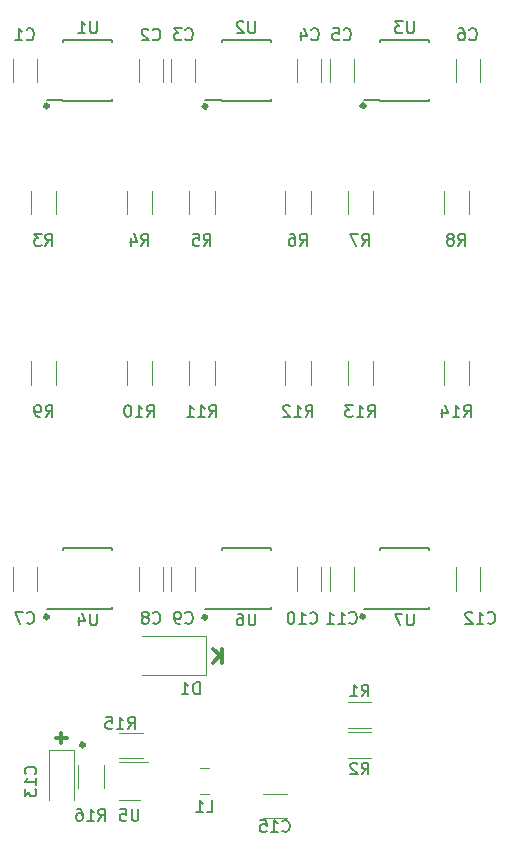
<source format=gbr>
G04 #@! TF.FileFunction,Legend,Bot*
%FSLAX45Y45*%
G04 Gerber Fmt 4.5, Leading zero omitted, Abs format (unit mm)*
G04 Created by KiCad (PCBNEW 4.0.6) date 08/29/18 06:28:06*
%MOMM*%
%LPD*%
G01*
G04 APERTURE LIST*
%ADD10C,0.100000*%
%ADD11C,0.300000*%
%ADD12C,0.400000*%
%ADD13C,0.120000*%
%ADD14C,0.150000*%
G04 APERTURE END LIST*
D10*
D11*
X13441714Y-11143571D02*
X13350286Y-11143571D01*
X13396000Y-11189286D02*
X13396000Y-11097857D01*
X14751429Y-10509286D02*
X14751429Y-10389286D01*
X14682857Y-10509286D02*
X14734286Y-10440714D01*
X14682857Y-10389286D02*
X14751429Y-10457857D01*
D12*
X13585180Y-11201000D02*
G75*
G03X13585180Y-11201000I-11180J0D01*
G01*
X13279180Y-10118000D02*
G75*
G03X13279180Y-10118000I-11180J0D01*
G01*
X14622180Y-5796000D02*
G75*
G03X14622180Y-5796000I-11180J0D01*
G01*
X13279180Y-5793000D02*
G75*
G03X13279180Y-5793000I-11180J0D01*
G01*
X15960180Y-5790000D02*
G75*
G03X15960180Y-5790000I-11180J0D01*
G01*
X15955180Y-10114000D02*
G75*
G03X15955180Y-10114000I-11180J0D01*
G01*
X14620180Y-10121000D02*
G75*
G03X14620180Y-10121000I-11180J0D01*
G01*
D13*
X16032800Y-6709080D02*
X16032800Y-6509080D01*
X15818800Y-6509080D02*
X15818800Y-6709080D01*
X13188080Y-5391480D02*
X13188080Y-5591480D01*
X12984080Y-5591480D02*
X12984080Y-5391480D01*
X14254880Y-5391480D02*
X14254880Y-5591480D01*
X14050880Y-5591480D02*
X14050880Y-5391480D01*
X14529200Y-5391480D02*
X14529200Y-5591480D01*
X14325200Y-5591480D02*
X14325200Y-5391480D01*
X15596000Y-5391480D02*
X15596000Y-5591480D01*
X15392000Y-5591480D02*
X15392000Y-5391480D01*
X15870320Y-5391480D02*
X15870320Y-5591480D01*
X15666320Y-5591480D02*
X15666320Y-5391480D01*
X16937120Y-5391480D02*
X16937120Y-5591480D01*
X16733120Y-5591480D02*
X16733120Y-5391480D01*
X13188080Y-9694240D02*
X13188080Y-9894240D01*
X12984080Y-9894240D02*
X12984080Y-9694240D01*
X14254880Y-9694240D02*
X14254880Y-9894240D01*
X14050880Y-9894240D02*
X14050880Y-9694240D01*
X14529200Y-9694240D02*
X14529200Y-9894240D01*
X14325200Y-9894240D02*
X14325200Y-9694240D01*
X15596000Y-9694240D02*
X15596000Y-9894240D01*
X15392000Y-9894240D02*
X15392000Y-9694240D01*
X15870320Y-9694240D02*
X15870320Y-9894240D01*
X15666320Y-9894240D02*
X15666320Y-9694240D01*
X16937120Y-9694240D02*
X16937120Y-9894240D01*
X16733120Y-9894240D02*
X16733120Y-9694240D01*
X15302000Y-11819000D02*
X15102000Y-11819000D01*
X15102000Y-11615000D02*
X15302000Y-11615000D01*
X16020720Y-10840400D02*
X15820720Y-10840400D01*
X15820720Y-11054400D02*
X16020720Y-11054400D01*
X16020720Y-11094400D02*
X15820720Y-11094400D01*
X15820720Y-11308400D02*
X16020720Y-11308400D01*
X13350560Y-6709080D02*
X13350560Y-6509080D01*
X13136560Y-6509080D02*
X13136560Y-6709080D01*
X14163360Y-6709080D02*
X14163360Y-6509080D01*
X13949360Y-6509080D02*
X13949360Y-6709080D01*
X14691680Y-6709080D02*
X14691680Y-6509080D01*
X14477680Y-6509080D02*
X14477680Y-6709080D01*
X15504480Y-6709080D02*
X15504480Y-6509080D01*
X15290480Y-6509080D02*
X15290480Y-6709080D01*
X16845600Y-6709080D02*
X16845600Y-6509080D01*
X16631600Y-6509080D02*
X16631600Y-6709080D01*
X13350560Y-8151800D02*
X13350560Y-7951800D01*
X13136560Y-7951800D02*
X13136560Y-8151800D01*
X14163360Y-8151800D02*
X14163360Y-7951800D01*
X13949360Y-7951800D02*
X13949360Y-8151800D01*
X14691680Y-8151800D02*
X14691680Y-7951800D01*
X14477680Y-7951800D02*
X14477680Y-8151800D01*
X15504480Y-8151800D02*
X15504480Y-7951800D01*
X15290480Y-7951800D02*
X15290480Y-8151800D01*
X16032800Y-8151800D02*
X16032800Y-7951800D01*
X15818800Y-7951800D02*
X15818800Y-8151800D01*
X16845600Y-8151800D02*
X16845600Y-7951800D01*
X16631600Y-7951800D02*
X16631600Y-8151800D01*
D14*
X13411980Y-5748980D02*
X13411980Y-5743980D01*
X13826980Y-5748980D02*
X13826980Y-5734480D01*
X13826980Y-5233980D02*
X13826980Y-5248480D01*
X13411980Y-5233980D02*
X13411980Y-5248480D01*
X13411980Y-5748980D02*
X13826980Y-5748980D01*
X13411980Y-5233980D02*
X13826980Y-5233980D01*
X13411980Y-5743980D02*
X13271980Y-5743980D01*
X14753100Y-5748980D02*
X14753100Y-5743980D01*
X15168100Y-5748980D02*
X15168100Y-5734480D01*
X15168100Y-5233980D02*
X15168100Y-5248480D01*
X14753100Y-5233980D02*
X14753100Y-5248480D01*
X14753100Y-5748980D02*
X15168100Y-5748980D01*
X14753100Y-5233980D02*
X15168100Y-5233980D01*
X14753100Y-5743980D02*
X14613100Y-5743980D01*
X16094220Y-5748980D02*
X16094220Y-5743980D01*
X16509220Y-5748980D02*
X16509220Y-5734480D01*
X16509220Y-5233980D02*
X16509220Y-5248480D01*
X16094220Y-5233980D02*
X16094220Y-5248480D01*
X16094220Y-5748980D02*
X16509220Y-5748980D01*
X16094220Y-5233980D02*
X16509220Y-5233980D01*
X16094220Y-5743980D02*
X15954220Y-5743980D01*
X13411980Y-10051740D02*
X13411980Y-10046740D01*
X13826980Y-10051740D02*
X13826980Y-10037240D01*
X13826980Y-9536740D02*
X13826980Y-9551240D01*
X13411980Y-9536740D02*
X13411980Y-9551240D01*
X13411980Y-10051740D02*
X13826980Y-10051740D01*
X13411980Y-9536740D02*
X13826980Y-9536740D01*
X13411980Y-10046740D02*
X13271980Y-10046740D01*
X14753100Y-10051740D02*
X14753100Y-10046740D01*
X15168100Y-10051740D02*
X15168100Y-10037240D01*
X15168100Y-9536740D02*
X15168100Y-9551240D01*
X14753100Y-9536740D02*
X14753100Y-9551240D01*
X14753100Y-10051740D02*
X15168100Y-10051740D01*
X14753100Y-9536740D02*
X15168100Y-9536740D01*
X14753100Y-10046740D02*
X14613100Y-10046740D01*
X16094220Y-10051740D02*
X16094220Y-10046740D01*
X16509220Y-10051740D02*
X16509220Y-10037240D01*
X16509220Y-9536740D02*
X16509220Y-9551240D01*
X16094220Y-9536740D02*
X16094220Y-9551240D01*
X16094220Y-10051740D02*
X16509220Y-10051740D01*
X16094220Y-9536740D02*
X16509220Y-9536740D01*
X16094220Y-10046740D02*
X15954220Y-10046740D01*
D13*
X14616000Y-10281000D02*
X14616000Y-10611000D01*
X14616000Y-10611000D02*
X14076000Y-10611000D01*
X14616000Y-10281000D02*
X14076000Y-10281000D01*
X13289000Y-11246000D02*
X13289000Y-11671000D01*
X13499000Y-11246000D02*
X13499000Y-11671000D01*
X13289000Y-11246000D02*
X13499000Y-11246000D01*
X14573000Y-11619000D02*
X14643000Y-11619000D01*
X14573000Y-11399000D02*
X14643000Y-11399000D01*
X13884000Y-11311000D02*
X14084000Y-11311000D01*
X14084000Y-11097000D02*
X13884000Y-11097000D01*
X13752000Y-11569000D02*
X13752000Y-11369000D01*
X13538000Y-11369000D02*
X13538000Y-11569000D01*
X14060000Y-11668000D02*
X13880000Y-11668000D01*
X13880000Y-11346000D02*
X14125000Y-11346000D01*
D14*
X15942667Y-6975238D02*
X15976000Y-6927619D01*
X15999809Y-6975238D02*
X15999809Y-6875238D01*
X15961714Y-6875238D01*
X15952190Y-6880000D01*
X15947428Y-6884762D01*
X15942667Y-6894286D01*
X15942667Y-6908571D01*
X15947428Y-6918095D01*
X15952190Y-6922857D01*
X15961714Y-6927619D01*
X15999809Y-6927619D01*
X15909333Y-6875238D02*
X15842667Y-6875238D01*
X15885524Y-6975238D01*
X13101667Y-5225714D02*
X13106428Y-5230476D01*
X13120714Y-5235238D01*
X13130238Y-5235238D01*
X13144524Y-5230476D01*
X13154048Y-5220952D01*
X13158809Y-5211429D01*
X13163571Y-5192381D01*
X13163571Y-5178095D01*
X13158809Y-5159048D01*
X13154048Y-5149524D01*
X13144524Y-5140000D01*
X13130238Y-5135238D01*
X13120714Y-5135238D01*
X13106428Y-5140000D01*
X13101667Y-5144762D01*
X13006428Y-5235238D02*
X13063571Y-5235238D01*
X13035000Y-5235238D02*
X13035000Y-5135238D01*
X13044524Y-5149524D01*
X13054048Y-5159048D01*
X13063571Y-5163810D01*
X14169667Y-5226714D02*
X14174428Y-5231476D01*
X14188714Y-5236238D01*
X14198238Y-5236238D01*
X14212524Y-5231476D01*
X14222048Y-5221952D01*
X14226809Y-5212429D01*
X14231571Y-5193381D01*
X14231571Y-5179095D01*
X14226809Y-5160048D01*
X14222048Y-5150524D01*
X14212524Y-5141000D01*
X14198238Y-5136238D01*
X14188714Y-5136238D01*
X14174428Y-5141000D01*
X14169667Y-5145762D01*
X14131571Y-5145762D02*
X14126809Y-5141000D01*
X14117286Y-5136238D01*
X14093476Y-5136238D01*
X14083952Y-5141000D01*
X14079190Y-5145762D01*
X14074428Y-5155286D01*
X14074428Y-5164810D01*
X14079190Y-5179095D01*
X14136333Y-5236238D01*
X14074428Y-5236238D01*
X14445667Y-5225714D02*
X14450428Y-5230476D01*
X14464714Y-5235238D01*
X14474238Y-5235238D01*
X14488524Y-5230476D01*
X14498048Y-5220952D01*
X14502809Y-5211429D01*
X14507571Y-5192381D01*
X14507571Y-5178095D01*
X14502809Y-5159048D01*
X14498048Y-5149524D01*
X14488524Y-5140000D01*
X14474238Y-5135238D01*
X14464714Y-5135238D01*
X14450428Y-5140000D01*
X14445667Y-5144762D01*
X14412333Y-5135238D02*
X14350428Y-5135238D01*
X14383762Y-5173333D01*
X14369476Y-5173333D01*
X14359952Y-5178095D01*
X14355190Y-5182857D01*
X14350428Y-5192381D01*
X14350428Y-5216191D01*
X14355190Y-5225714D01*
X14359952Y-5230476D01*
X14369476Y-5235238D01*
X14398048Y-5235238D01*
X14407571Y-5230476D01*
X14412333Y-5225714D01*
X15512667Y-5225714D02*
X15517428Y-5230476D01*
X15531714Y-5235238D01*
X15541238Y-5235238D01*
X15555524Y-5230476D01*
X15565048Y-5220952D01*
X15569809Y-5211429D01*
X15574571Y-5192381D01*
X15574571Y-5178095D01*
X15569809Y-5159048D01*
X15565048Y-5149524D01*
X15555524Y-5140000D01*
X15541238Y-5135238D01*
X15531714Y-5135238D01*
X15517428Y-5140000D01*
X15512667Y-5144762D01*
X15426952Y-5168571D02*
X15426952Y-5235238D01*
X15450762Y-5130476D02*
X15474571Y-5201905D01*
X15412667Y-5201905D01*
X15785667Y-5225714D02*
X15790428Y-5230476D01*
X15804714Y-5235238D01*
X15814238Y-5235238D01*
X15828524Y-5230476D01*
X15838048Y-5220952D01*
X15842809Y-5211429D01*
X15847571Y-5192381D01*
X15847571Y-5178095D01*
X15842809Y-5159048D01*
X15838048Y-5149524D01*
X15828524Y-5140000D01*
X15814238Y-5135238D01*
X15804714Y-5135238D01*
X15790428Y-5140000D01*
X15785667Y-5144762D01*
X15695190Y-5135238D02*
X15742809Y-5135238D01*
X15747571Y-5182857D01*
X15742809Y-5178095D01*
X15733286Y-5173333D01*
X15709476Y-5173333D01*
X15699952Y-5178095D01*
X15695190Y-5182857D01*
X15690428Y-5192381D01*
X15690428Y-5216191D01*
X15695190Y-5225714D01*
X15699952Y-5230476D01*
X15709476Y-5235238D01*
X15733286Y-5235238D01*
X15742809Y-5230476D01*
X15747571Y-5225714D01*
X16850667Y-5225714D02*
X16855429Y-5230476D01*
X16869714Y-5235238D01*
X16879238Y-5235238D01*
X16893524Y-5230476D01*
X16903048Y-5220952D01*
X16907810Y-5211429D01*
X16912571Y-5192381D01*
X16912571Y-5178095D01*
X16907810Y-5159048D01*
X16903048Y-5149524D01*
X16893524Y-5140000D01*
X16879238Y-5135238D01*
X16869714Y-5135238D01*
X16855429Y-5140000D01*
X16850667Y-5144762D01*
X16764952Y-5135238D02*
X16784000Y-5135238D01*
X16793524Y-5140000D01*
X16798286Y-5144762D01*
X16807810Y-5159048D01*
X16812571Y-5178095D01*
X16812571Y-5216191D01*
X16807810Y-5225714D01*
X16803048Y-5230476D01*
X16793524Y-5235238D01*
X16774476Y-5235238D01*
X16764952Y-5230476D01*
X16760190Y-5225714D01*
X16755428Y-5216191D01*
X16755428Y-5192381D01*
X16760190Y-5182857D01*
X16764952Y-5178095D01*
X16774476Y-5173333D01*
X16793524Y-5173333D01*
X16803048Y-5178095D01*
X16807810Y-5182857D01*
X16812571Y-5192381D01*
X13104667Y-10165714D02*
X13109428Y-10170476D01*
X13123714Y-10175238D01*
X13133238Y-10175238D01*
X13147524Y-10170476D01*
X13157048Y-10160952D01*
X13161809Y-10151429D01*
X13166571Y-10132381D01*
X13166571Y-10118095D01*
X13161809Y-10099048D01*
X13157048Y-10089524D01*
X13147524Y-10080000D01*
X13133238Y-10075238D01*
X13123714Y-10075238D01*
X13109428Y-10080000D01*
X13104667Y-10084762D01*
X13071333Y-10075238D02*
X13004667Y-10075238D01*
X13047524Y-10175238D01*
X14171667Y-10165714D02*
X14176428Y-10170476D01*
X14190714Y-10175238D01*
X14200238Y-10175238D01*
X14214524Y-10170476D01*
X14224048Y-10160952D01*
X14228809Y-10151429D01*
X14233571Y-10132381D01*
X14233571Y-10118095D01*
X14228809Y-10099048D01*
X14224048Y-10089524D01*
X14214524Y-10080000D01*
X14200238Y-10075238D01*
X14190714Y-10075238D01*
X14176428Y-10080000D01*
X14171667Y-10084762D01*
X14114524Y-10118095D02*
X14124048Y-10113333D01*
X14128809Y-10108571D01*
X14133571Y-10099048D01*
X14133571Y-10094286D01*
X14128809Y-10084762D01*
X14124048Y-10080000D01*
X14114524Y-10075238D01*
X14095476Y-10075238D01*
X14085952Y-10080000D01*
X14081190Y-10084762D01*
X14076428Y-10094286D01*
X14076428Y-10099048D01*
X14081190Y-10108571D01*
X14085952Y-10113333D01*
X14095476Y-10118095D01*
X14114524Y-10118095D01*
X14124048Y-10122857D01*
X14128809Y-10127619D01*
X14133571Y-10137143D01*
X14133571Y-10156191D01*
X14128809Y-10165714D01*
X14124048Y-10170476D01*
X14114524Y-10175238D01*
X14095476Y-10175238D01*
X14085952Y-10170476D01*
X14081190Y-10165714D01*
X14076428Y-10156191D01*
X14076428Y-10137143D01*
X14081190Y-10127619D01*
X14085952Y-10122857D01*
X14095476Y-10118095D01*
X14445667Y-10165714D02*
X14450428Y-10170476D01*
X14464714Y-10175238D01*
X14474238Y-10175238D01*
X14488524Y-10170476D01*
X14498048Y-10160952D01*
X14502809Y-10151429D01*
X14507571Y-10132381D01*
X14507571Y-10118095D01*
X14502809Y-10099048D01*
X14498048Y-10089524D01*
X14488524Y-10080000D01*
X14474238Y-10075238D01*
X14464714Y-10075238D01*
X14450428Y-10080000D01*
X14445667Y-10084762D01*
X14398048Y-10175238D02*
X14379000Y-10175238D01*
X14369476Y-10170476D01*
X14364714Y-10165714D01*
X14355190Y-10151429D01*
X14350428Y-10132381D01*
X14350428Y-10094286D01*
X14355190Y-10084762D01*
X14359952Y-10080000D01*
X14369476Y-10075238D01*
X14388524Y-10075238D01*
X14398048Y-10080000D01*
X14402809Y-10084762D01*
X14407571Y-10094286D01*
X14407571Y-10118095D01*
X14402809Y-10127619D01*
X14398048Y-10132381D01*
X14388524Y-10137143D01*
X14369476Y-10137143D01*
X14359952Y-10132381D01*
X14355190Y-10127619D01*
X14350428Y-10118095D01*
X15501286Y-10166714D02*
X15506048Y-10171476D01*
X15520333Y-10176238D01*
X15529857Y-10176238D01*
X15544143Y-10171476D01*
X15553667Y-10161952D01*
X15558429Y-10152429D01*
X15563190Y-10133381D01*
X15563190Y-10119095D01*
X15558429Y-10100048D01*
X15553667Y-10090524D01*
X15544143Y-10081000D01*
X15529857Y-10076238D01*
X15520333Y-10076238D01*
X15506048Y-10081000D01*
X15501286Y-10085762D01*
X15406048Y-10176238D02*
X15463190Y-10176238D01*
X15434619Y-10176238D02*
X15434619Y-10076238D01*
X15444143Y-10090524D01*
X15453667Y-10100048D01*
X15463190Y-10104810D01*
X15344143Y-10076238D02*
X15334619Y-10076238D01*
X15325095Y-10081000D01*
X15320333Y-10085762D01*
X15315571Y-10095286D01*
X15310809Y-10114333D01*
X15310809Y-10138143D01*
X15315571Y-10157191D01*
X15320333Y-10166714D01*
X15325095Y-10171476D01*
X15334619Y-10176238D01*
X15344143Y-10176238D01*
X15353667Y-10171476D01*
X15358429Y-10166714D01*
X15363190Y-10157191D01*
X15367952Y-10138143D01*
X15367952Y-10114333D01*
X15363190Y-10095286D01*
X15358429Y-10085762D01*
X15353667Y-10081000D01*
X15344143Y-10076238D01*
X15834286Y-10165714D02*
X15839048Y-10170476D01*
X15853333Y-10175238D01*
X15862857Y-10175238D01*
X15877143Y-10170476D01*
X15886667Y-10160952D01*
X15891429Y-10151429D01*
X15896190Y-10132381D01*
X15896190Y-10118095D01*
X15891429Y-10099048D01*
X15886667Y-10089524D01*
X15877143Y-10080000D01*
X15862857Y-10075238D01*
X15853333Y-10075238D01*
X15839048Y-10080000D01*
X15834286Y-10084762D01*
X15739048Y-10175238D02*
X15796190Y-10175238D01*
X15767619Y-10175238D02*
X15767619Y-10075238D01*
X15777143Y-10089524D01*
X15786667Y-10099048D01*
X15796190Y-10103810D01*
X15643809Y-10175238D02*
X15700952Y-10175238D01*
X15672381Y-10175238D02*
X15672381Y-10075238D01*
X15681905Y-10089524D01*
X15691429Y-10099048D01*
X15700952Y-10103810D01*
X17006286Y-10165714D02*
X17011048Y-10170476D01*
X17025333Y-10175238D01*
X17034857Y-10175238D01*
X17049143Y-10170476D01*
X17058667Y-10160952D01*
X17063429Y-10151429D01*
X17068191Y-10132381D01*
X17068191Y-10118095D01*
X17063429Y-10099048D01*
X17058667Y-10089524D01*
X17049143Y-10080000D01*
X17034857Y-10075238D01*
X17025333Y-10075238D01*
X17011048Y-10080000D01*
X17006286Y-10084762D01*
X16911048Y-10175238D02*
X16968191Y-10175238D01*
X16939619Y-10175238D02*
X16939619Y-10075238D01*
X16949143Y-10089524D01*
X16958667Y-10099048D01*
X16968191Y-10103810D01*
X16872952Y-10084762D02*
X16868191Y-10080000D01*
X16858667Y-10075238D01*
X16834857Y-10075238D01*
X16825333Y-10080000D01*
X16820571Y-10084762D01*
X16815810Y-10094286D01*
X16815810Y-10103810D01*
X16820571Y-10118095D01*
X16877714Y-10175238D01*
X16815810Y-10175238D01*
X15266286Y-11927714D02*
X15271048Y-11932476D01*
X15285333Y-11937238D01*
X15294857Y-11937238D01*
X15309143Y-11932476D01*
X15318667Y-11922952D01*
X15323429Y-11913429D01*
X15328190Y-11894381D01*
X15328190Y-11880095D01*
X15323429Y-11861048D01*
X15318667Y-11851524D01*
X15309143Y-11842000D01*
X15294857Y-11837238D01*
X15285333Y-11837238D01*
X15271048Y-11842000D01*
X15266286Y-11846762D01*
X15171048Y-11937238D02*
X15228190Y-11937238D01*
X15199619Y-11937238D02*
X15199619Y-11837238D01*
X15209143Y-11851524D01*
X15218667Y-11861048D01*
X15228190Y-11865809D01*
X15080571Y-11837238D02*
X15128190Y-11837238D01*
X15132952Y-11884857D01*
X15128190Y-11880095D01*
X15118667Y-11875333D01*
X15094857Y-11875333D01*
X15085333Y-11880095D01*
X15080571Y-11884857D01*
X15075809Y-11894381D01*
X15075809Y-11918190D01*
X15080571Y-11927714D01*
X15085333Y-11932476D01*
X15094857Y-11937238D01*
X15118667Y-11937238D01*
X15128190Y-11932476D01*
X15132952Y-11927714D01*
X15937667Y-10790238D02*
X15971000Y-10742619D01*
X15994809Y-10790238D02*
X15994809Y-10690238D01*
X15956714Y-10690238D01*
X15947190Y-10695000D01*
X15942428Y-10699762D01*
X15937667Y-10709286D01*
X15937667Y-10723571D01*
X15942428Y-10733095D01*
X15947190Y-10737857D01*
X15956714Y-10742619D01*
X15994809Y-10742619D01*
X15842428Y-10790238D02*
X15899571Y-10790238D01*
X15871000Y-10790238D02*
X15871000Y-10690238D01*
X15880524Y-10704524D01*
X15890048Y-10714048D01*
X15899571Y-10718810D01*
X15937667Y-11451238D02*
X15971000Y-11403619D01*
X15994809Y-11451238D02*
X15994809Y-11351238D01*
X15956714Y-11351238D01*
X15947190Y-11356000D01*
X15942428Y-11360762D01*
X15937667Y-11370286D01*
X15937667Y-11384571D01*
X15942428Y-11394095D01*
X15947190Y-11398857D01*
X15956714Y-11403619D01*
X15994809Y-11403619D01*
X15899571Y-11360762D02*
X15894809Y-11356000D01*
X15885286Y-11351238D01*
X15861476Y-11351238D01*
X15851952Y-11356000D01*
X15847190Y-11360762D01*
X15842428Y-11370286D01*
X15842428Y-11379809D01*
X15847190Y-11394095D01*
X15904333Y-11451238D01*
X15842428Y-11451238D01*
X13260667Y-6975238D02*
X13294000Y-6927619D01*
X13317809Y-6975238D02*
X13317809Y-6875238D01*
X13279714Y-6875238D01*
X13270190Y-6880000D01*
X13265428Y-6884762D01*
X13260667Y-6894286D01*
X13260667Y-6908571D01*
X13265428Y-6918095D01*
X13270190Y-6922857D01*
X13279714Y-6927619D01*
X13317809Y-6927619D01*
X13227333Y-6875238D02*
X13165428Y-6875238D01*
X13198762Y-6913333D01*
X13184476Y-6913333D01*
X13174952Y-6918095D01*
X13170190Y-6922857D01*
X13165428Y-6932381D01*
X13165428Y-6956190D01*
X13170190Y-6965714D01*
X13174952Y-6970476D01*
X13184476Y-6975238D01*
X13213048Y-6975238D01*
X13222571Y-6970476D01*
X13227333Y-6965714D01*
X14072667Y-6975238D02*
X14106000Y-6927619D01*
X14129809Y-6975238D02*
X14129809Y-6875238D01*
X14091714Y-6875238D01*
X14082190Y-6880000D01*
X14077428Y-6884762D01*
X14072667Y-6894286D01*
X14072667Y-6908571D01*
X14077428Y-6918095D01*
X14082190Y-6922857D01*
X14091714Y-6927619D01*
X14129809Y-6927619D01*
X13986952Y-6908571D02*
X13986952Y-6975238D01*
X14010762Y-6870476D02*
X14034571Y-6941905D01*
X13972667Y-6941905D01*
X14600667Y-6975238D02*
X14634000Y-6927619D01*
X14657809Y-6975238D02*
X14657809Y-6875238D01*
X14619714Y-6875238D01*
X14610190Y-6880000D01*
X14605428Y-6884762D01*
X14600667Y-6894286D01*
X14600667Y-6908571D01*
X14605428Y-6918095D01*
X14610190Y-6922857D01*
X14619714Y-6927619D01*
X14657809Y-6927619D01*
X14510190Y-6875238D02*
X14557809Y-6875238D01*
X14562571Y-6922857D01*
X14557809Y-6918095D01*
X14548286Y-6913333D01*
X14524476Y-6913333D01*
X14514952Y-6918095D01*
X14510190Y-6922857D01*
X14505428Y-6932381D01*
X14505428Y-6956190D01*
X14510190Y-6965714D01*
X14514952Y-6970476D01*
X14524476Y-6975238D01*
X14548286Y-6975238D01*
X14557809Y-6970476D01*
X14562571Y-6965714D01*
X15413667Y-6975238D02*
X15447000Y-6927619D01*
X15470809Y-6975238D02*
X15470809Y-6875238D01*
X15432714Y-6875238D01*
X15423190Y-6880000D01*
X15418428Y-6884762D01*
X15413667Y-6894286D01*
X15413667Y-6908571D01*
X15418428Y-6918095D01*
X15423190Y-6922857D01*
X15432714Y-6927619D01*
X15470809Y-6927619D01*
X15327952Y-6875238D02*
X15347000Y-6875238D01*
X15356524Y-6880000D01*
X15361286Y-6884762D01*
X15370809Y-6899048D01*
X15375571Y-6918095D01*
X15375571Y-6956190D01*
X15370809Y-6965714D01*
X15366048Y-6970476D01*
X15356524Y-6975238D01*
X15337476Y-6975238D01*
X15327952Y-6970476D01*
X15323190Y-6965714D01*
X15318428Y-6956190D01*
X15318428Y-6932381D01*
X15323190Y-6922857D01*
X15327952Y-6918095D01*
X15337476Y-6913333D01*
X15356524Y-6913333D01*
X15366048Y-6918095D01*
X15370809Y-6922857D01*
X15375571Y-6932381D01*
X16755667Y-6975238D02*
X16789000Y-6927619D01*
X16812810Y-6975238D02*
X16812810Y-6875238D01*
X16774714Y-6875238D01*
X16765190Y-6880000D01*
X16760428Y-6884762D01*
X16755667Y-6894286D01*
X16755667Y-6908571D01*
X16760428Y-6918095D01*
X16765190Y-6922857D01*
X16774714Y-6927619D01*
X16812810Y-6927619D01*
X16698524Y-6918095D02*
X16708048Y-6913333D01*
X16712809Y-6908571D01*
X16717571Y-6899048D01*
X16717571Y-6894286D01*
X16712809Y-6884762D01*
X16708048Y-6880000D01*
X16698524Y-6875238D01*
X16679476Y-6875238D01*
X16669952Y-6880000D01*
X16665190Y-6884762D01*
X16660428Y-6894286D01*
X16660428Y-6899048D01*
X16665190Y-6908571D01*
X16669952Y-6913333D01*
X16679476Y-6918095D01*
X16698524Y-6918095D01*
X16708048Y-6922857D01*
X16712809Y-6927619D01*
X16717571Y-6937143D01*
X16717571Y-6956190D01*
X16712809Y-6965714D01*
X16708048Y-6970476D01*
X16698524Y-6975238D01*
X16679476Y-6975238D01*
X16669952Y-6970476D01*
X16665190Y-6965714D01*
X16660428Y-6956190D01*
X16660428Y-6937143D01*
X16665190Y-6927619D01*
X16669952Y-6922857D01*
X16679476Y-6918095D01*
X13261667Y-8425238D02*
X13295000Y-8377619D01*
X13318809Y-8425238D02*
X13318809Y-8325238D01*
X13280714Y-8325238D01*
X13271190Y-8330000D01*
X13266428Y-8334762D01*
X13261667Y-8344286D01*
X13261667Y-8358571D01*
X13266428Y-8368095D01*
X13271190Y-8372857D01*
X13280714Y-8377619D01*
X13318809Y-8377619D01*
X13214048Y-8425238D02*
X13195000Y-8425238D01*
X13185476Y-8420476D01*
X13180714Y-8415714D01*
X13171190Y-8401429D01*
X13166428Y-8382381D01*
X13166428Y-8344286D01*
X13171190Y-8334762D01*
X13175952Y-8330000D01*
X13185476Y-8325238D01*
X13204524Y-8325238D01*
X13214048Y-8330000D01*
X13218809Y-8334762D01*
X13223571Y-8344286D01*
X13223571Y-8368095D01*
X13218809Y-8377619D01*
X13214048Y-8382381D01*
X13204524Y-8387143D01*
X13185476Y-8387143D01*
X13175952Y-8382381D01*
X13171190Y-8377619D01*
X13166428Y-8368095D01*
X14119286Y-8425238D02*
X14152619Y-8377619D01*
X14176429Y-8425238D02*
X14176429Y-8325238D01*
X14138333Y-8325238D01*
X14128809Y-8330000D01*
X14124048Y-8334762D01*
X14119286Y-8344286D01*
X14119286Y-8358571D01*
X14124048Y-8368095D01*
X14128809Y-8372857D01*
X14138333Y-8377619D01*
X14176429Y-8377619D01*
X14024048Y-8425238D02*
X14081190Y-8425238D01*
X14052619Y-8425238D02*
X14052619Y-8325238D01*
X14062143Y-8339524D01*
X14071667Y-8349048D01*
X14081190Y-8353809D01*
X13962143Y-8325238D02*
X13952619Y-8325238D01*
X13943095Y-8330000D01*
X13938333Y-8334762D01*
X13933571Y-8344286D01*
X13928809Y-8363333D01*
X13928809Y-8387143D01*
X13933571Y-8406191D01*
X13938333Y-8415714D01*
X13943095Y-8420476D01*
X13952619Y-8425238D01*
X13962143Y-8425238D01*
X13971667Y-8420476D01*
X13976429Y-8415714D01*
X13981190Y-8406191D01*
X13985952Y-8387143D01*
X13985952Y-8363333D01*
X13981190Y-8344286D01*
X13976429Y-8334762D01*
X13971667Y-8330000D01*
X13962143Y-8325238D01*
X14647286Y-8425238D02*
X14680619Y-8377619D01*
X14704429Y-8425238D02*
X14704429Y-8325238D01*
X14666333Y-8325238D01*
X14656809Y-8330000D01*
X14652048Y-8334762D01*
X14647286Y-8344286D01*
X14647286Y-8358571D01*
X14652048Y-8368095D01*
X14656809Y-8372857D01*
X14666333Y-8377619D01*
X14704429Y-8377619D01*
X14552048Y-8425238D02*
X14609190Y-8425238D01*
X14580619Y-8425238D02*
X14580619Y-8325238D01*
X14590143Y-8339524D01*
X14599667Y-8349048D01*
X14609190Y-8353809D01*
X14456809Y-8425238D02*
X14513952Y-8425238D01*
X14485381Y-8425238D02*
X14485381Y-8325238D01*
X14494905Y-8339524D01*
X14504429Y-8349048D01*
X14513952Y-8353809D01*
X15462286Y-8425238D02*
X15495619Y-8377619D01*
X15519429Y-8425238D02*
X15519429Y-8325238D01*
X15481333Y-8325238D01*
X15471809Y-8330000D01*
X15467048Y-8334762D01*
X15462286Y-8344286D01*
X15462286Y-8358571D01*
X15467048Y-8368095D01*
X15471809Y-8372857D01*
X15481333Y-8377619D01*
X15519429Y-8377619D01*
X15367048Y-8425238D02*
X15424190Y-8425238D01*
X15395619Y-8425238D02*
X15395619Y-8325238D01*
X15405143Y-8339524D01*
X15414667Y-8349048D01*
X15424190Y-8353809D01*
X15328952Y-8334762D02*
X15324190Y-8330000D01*
X15314667Y-8325238D01*
X15290857Y-8325238D01*
X15281333Y-8330000D01*
X15276571Y-8334762D01*
X15271809Y-8344286D01*
X15271809Y-8353809D01*
X15276571Y-8368095D01*
X15333714Y-8425238D01*
X15271809Y-8425238D01*
X15989286Y-8425238D02*
X16022619Y-8377619D01*
X16046429Y-8425238D02*
X16046429Y-8325238D01*
X16008333Y-8325238D01*
X15998809Y-8330000D01*
X15994048Y-8334762D01*
X15989286Y-8344286D01*
X15989286Y-8358571D01*
X15994048Y-8368095D01*
X15998809Y-8372857D01*
X16008333Y-8377619D01*
X16046429Y-8377619D01*
X15894048Y-8425238D02*
X15951190Y-8425238D01*
X15922619Y-8425238D02*
X15922619Y-8325238D01*
X15932143Y-8339524D01*
X15941667Y-8349048D01*
X15951190Y-8353809D01*
X15860714Y-8325238D02*
X15798809Y-8325238D01*
X15832143Y-8363333D01*
X15817857Y-8363333D01*
X15808333Y-8368095D01*
X15803571Y-8372857D01*
X15798809Y-8382381D01*
X15798809Y-8406191D01*
X15803571Y-8415714D01*
X15808333Y-8420476D01*
X15817857Y-8425238D01*
X15846429Y-8425238D01*
X15855952Y-8420476D01*
X15860714Y-8415714D01*
X16802286Y-8425238D02*
X16835619Y-8377619D01*
X16859429Y-8425238D02*
X16859429Y-8325238D01*
X16821333Y-8325238D01*
X16811810Y-8330000D01*
X16807048Y-8334762D01*
X16802286Y-8344286D01*
X16802286Y-8358571D01*
X16807048Y-8368095D01*
X16811810Y-8372857D01*
X16821333Y-8377619D01*
X16859429Y-8377619D01*
X16707048Y-8425238D02*
X16764190Y-8425238D01*
X16735619Y-8425238D02*
X16735619Y-8325238D01*
X16745143Y-8339524D01*
X16754667Y-8349048D01*
X16764190Y-8353809D01*
X16621333Y-8358571D02*
X16621333Y-8425238D01*
X16645143Y-8320476D02*
X16668952Y-8391905D01*
X16607048Y-8391905D01*
X13696190Y-5075238D02*
X13696190Y-5156191D01*
X13691429Y-5165714D01*
X13686667Y-5170476D01*
X13677143Y-5175238D01*
X13658095Y-5175238D01*
X13648571Y-5170476D01*
X13643809Y-5165714D01*
X13639048Y-5156191D01*
X13639048Y-5075238D01*
X13539048Y-5175238D02*
X13596190Y-5175238D01*
X13567619Y-5175238D02*
X13567619Y-5075238D01*
X13577143Y-5089524D01*
X13586667Y-5099048D01*
X13596190Y-5103810D01*
X15036190Y-5075238D02*
X15036190Y-5156191D01*
X15031429Y-5165714D01*
X15026667Y-5170476D01*
X15017143Y-5175238D01*
X14998095Y-5175238D01*
X14988571Y-5170476D01*
X14983809Y-5165714D01*
X14979048Y-5156191D01*
X14979048Y-5075238D01*
X14936190Y-5084762D02*
X14931429Y-5080000D01*
X14921905Y-5075238D01*
X14898095Y-5075238D01*
X14888571Y-5080000D01*
X14883809Y-5084762D01*
X14879048Y-5094286D01*
X14879048Y-5103810D01*
X14883809Y-5118095D01*
X14940952Y-5175238D01*
X14879048Y-5175238D01*
X16379190Y-5075238D02*
X16379190Y-5156191D01*
X16374429Y-5165714D01*
X16369667Y-5170476D01*
X16360143Y-5175238D01*
X16341095Y-5175238D01*
X16331571Y-5170476D01*
X16326809Y-5165714D01*
X16322048Y-5156191D01*
X16322048Y-5075238D01*
X16283952Y-5075238D02*
X16222048Y-5075238D01*
X16255381Y-5113333D01*
X16241095Y-5113333D01*
X16231571Y-5118095D01*
X16226809Y-5122857D01*
X16222048Y-5132381D01*
X16222048Y-5156191D01*
X16226809Y-5165714D01*
X16231571Y-5170476D01*
X16241095Y-5175238D01*
X16269667Y-5175238D01*
X16279190Y-5170476D01*
X16283952Y-5165714D01*
X13695670Y-10089478D02*
X13695670Y-10170431D01*
X13690909Y-10179954D01*
X13686147Y-10184716D01*
X13676623Y-10189478D01*
X13657575Y-10189478D01*
X13648051Y-10184716D01*
X13643289Y-10179954D01*
X13638528Y-10170431D01*
X13638528Y-10089478D01*
X13548051Y-10122811D02*
X13548051Y-10189478D01*
X13571861Y-10084716D02*
X13595670Y-10156145D01*
X13533766Y-10156145D01*
X15036790Y-10089478D02*
X15036790Y-10170431D01*
X15032029Y-10179954D01*
X15027267Y-10184716D01*
X15017743Y-10189478D01*
X14998695Y-10189478D01*
X14989171Y-10184716D01*
X14984409Y-10179954D01*
X14979648Y-10170431D01*
X14979648Y-10089478D01*
X14889171Y-10089478D02*
X14908219Y-10089478D01*
X14917743Y-10094240D01*
X14922505Y-10099002D01*
X14932029Y-10113288D01*
X14936790Y-10132335D01*
X14936790Y-10170431D01*
X14932029Y-10179954D01*
X14927267Y-10184716D01*
X14917743Y-10189478D01*
X14898695Y-10189478D01*
X14889171Y-10184716D01*
X14884409Y-10179954D01*
X14879648Y-10170431D01*
X14879648Y-10146621D01*
X14884409Y-10137097D01*
X14889171Y-10132335D01*
X14898695Y-10127573D01*
X14917743Y-10127573D01*
X14927267Y-10132335D01*
X14932029Y-10137097D01*
X14936790Y-10146621D01*
X16377910Y-10089478D02*
X16377910Y-10170431D01*
X16373149Y-10179954D01*
X16368387Y-10184716D01*
X16358863Y-10189478D01*
X16339815Y-10189478D01*
X16330291Y-10184716D01*
X16325529Y-10179954D01*
X16320768Y-10170431D01*
X16320768Y-10089478D01*
X16282672Y-10089478D02*
X16216006Y-10089478D01*
X16258863Y-10189478D01*
X14565809Y-10772238D02*
X14565809Y-10672238D01*
X14542000Y-10672238D01*
X14527714Y-10677000D01*
X14518190Y-10686524D01*
X14513428Y-10696048D01*
X14508667Y-10715095D01*
X14508667Y-10729381D01*
X14513428Y-10748429D01*
X14518190Y-10757952D01*
X14527714Y-10767476D01*
X14542000Y-10772238D01*
X14565809Y-10772238D01*
X14413428Y-10772238D02*
X14470571Y-10772238D01*
X14442000Y-10772238D02*
X14442000Y-10672238D01*
X14451524Y-10686524D01*
X14461048Y-10696048D01*
X14470571Y-10700810D01*
X13174714Y-11446714D02*
X13179476Y-11441952D01*
X13184238Y-11427667D01*
X13184238Y-11418143D01*
X13179476Y-11403857D01*
X13169952Y-11394333D01*
X13160429Y-11389571D01*
X13141381Y-11384809D01*
X13127095Y-11384809D01*
X13108048Y-11389571D01*
X13098524Y-11394333D01*
X13089000Y-11403857D01*
X13084238Y-11418143D01*
X13084238Y-11427667D01*
X13089000Y-11441952D01*
X13093762Y-11446714D01*
X13184238Y-11541952D02*
X13184238Y-11484809D01*
X13184238Y-11513381D02*
X13084238Y-11513381D01*
X13098524Y-11503857D01*
X13108048Y-11494333D01*
X13112809Y-11484809D01*
X13084238Y-11575286D02*
X13084238Y-11637190D01*
X13122333Y-11603857D01*
X13122333Y-11618143D01*
X13127095Y-11627667D01*
X13131857Y-11632429D01*
X13141381Y-11637190D01*
X13165190Y-11637190D01*
X13174714Y-11632429D01*
X13179476Y-11627667D01*
X13184238Y-11618143D01*
X13184238Y-11589571D01*
X13179476Y-11580048D01*
X13174714Y-11575286D01*
X14624667Y-11769238D02*
X14672286Y-11769238D01*
X14672286Y-11669238D01*
X14538952Y-11769238D02*
X14596095Y-11769238D01*
X14567524Y-11769238D02*
X14567524Y-11669238D01*
X14577048Y-11683524D01*
X14586571Y-11693048D01*
X14596095Y-11697809D01*
X13959286Y-11065238D02*
X13992619Y-11017619D01*
X14016429Y-11065238D02*
X14016429Y-10965238D01*
X13978333Y-10965238D01*
X13968809Y-10970000D01*
X13964048Y-10974762D01*
X13959286Y-10984286D01*
X13959286Y-10998571D01*
X13964048Y-11008095D01*
X13968809Y-11012857D01*
X13978333Y-11017619D01*
X14016429Y-11017619D01*
X13864048Y-11065238D02*
X13921190Y-11065238D01*
X13892619Y-11065238D02*
X13892619Y-10965238D01*
X13902143Y-10979524D01*
X13911667Y-10989048D01*
X13921190Y-10993810D01*
X13773571Y-10965238D02*
X13821190Y-10965238D01*
X13825952Y-11012857D01*
X13821190Y-11008095D01*
X13811667Y-11003333D01*
X13787857Y-11003333D01*
X13778333Y-11008095D01*
X13773571Y-11012857D01*
X13768809Y-11022381D01*
X13768809Y-11046191D01*
X13773571Y-11055714D01*
X13778333Y-11060476D01*
X13787857Y-11065238D01*
X13811667Y-11065238D01*
X13821190Y-11060476D01*
X13825952Y-11055714D01*
X13709286Y-11843238D02*
X13742619Y-11795619D01*
X13766429Y-11843238D02*
X13766429Y-11743238D01*
X13728333Y-11743238D01*
X13718809Y-11748000D01*
X13714048Y-11752762D01*
X13709286Y-11762286D01*
X13709286Y-11776571D01*
X13714048Y-11786095D01*
X13718809Y-11790857D01*
X13728333Y-11795619D01*
X13766429Y-11795619D01*
X13614048Y-11843238D02*
X13671190Y-11843238D01*
X13642619Y-11843238D02*
X13642619Y-11743238D01*
X13652143Y-11757524D01*
X13661667Y-11767048D01*
X13671190Y-11771809D01*
X13528333Y-11743238D02*
X13547381Y-11743238D01*
X13556905Y-11748000D01*
X13561667Y-11752762D01*
X13571190Y-11767048D01*
X13575952Y-11786095D01*
X13575952Y-11824190D01*
X13571190Y-11833714D01*
X13566429Y-11838476D01*
X13556905Y-11843238D01*
X13537857Y-11843238D01*
X13528333Y-11838476D01*
X13523571Y-11833714D01*
X13518809Y-11824190D01*
X13518809Y-11800381D01*
X13523571Y-11790857D01*
X13528333Y-11786095D01*
X13537857Y-11781333D01*
X13556905Y-11781333D01*
X13566429Y-11786095D01*
X13571190Y-11790857D01*
X13575952Y-11800381D01*
X14046190Y-11744238D02*
X14046190Y-11825190D01*
X14041429Y-11834714D01*
X14036667Y-11839476D01*
X14027143Y-11844238D01*
X14008095Y-11844238D01*
X13998571Y-11839476D01*
X13993809Y-11834714D01*
X13989048Y-11825190D01*
X13989048Y-11744238D01*
X13893809Y-11744238D02*
X13941429Y-11744238D01*
X13946190Y-11791857D01*
X13941429Y-11787095D01*
X13931905Y-11782333D01*
X13908095Y-11782333D01*
X13898571Y-11787095D01*
X13893809Y-11791857D01*
X13889048Y-11801381D01*
X13889048Y-11825190D01*
X13893809Y-11834714D01*
X13898571Y-11839476D01*
X13908095Y-11844238D01*
X13931905Y-11844238D01*
X13941429Y-11839476D01*
X13946190Y-11834714D01*
M02*

</source>
